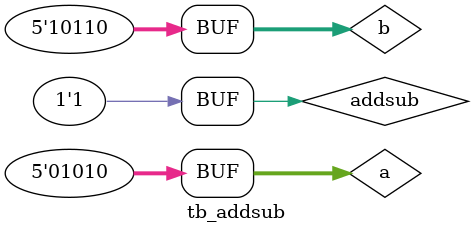
<source format=v>

`timescale 1 ns / 1 ps
`include "addsub.v"



module tb_addsub;
	//inputs
	reg [4:0] a;
	reg [4:0] b;
	reg addsub;
	
	//outputs
	wire [4:0] s;
	wire co;
	wire overflow;
	
	addsub AS0 (.a(a), .b(b), .addsub(addsub), .s(s), .co(co), .overflow(overflow));

	initial begin
	
		a = 0;
		b = 0;
		addsub = 0;
		#100;
	
	
	
		a = 2;
		b = 2;
		addsub = 0;
		#100;
		
		
		
		a = 2;
		b = 2;
		addsub = 1;
		#100;
		
		
		
		a = 10;
		b = 10;
		addsub = 0;
		#100;
	
	
		a = -10;
		b = -10;
		addsub = 0;
		#100;
		
		a = 10;
		b = -10;
		addsub = 1;
		#100;
	
	end

endmodule

</source>
